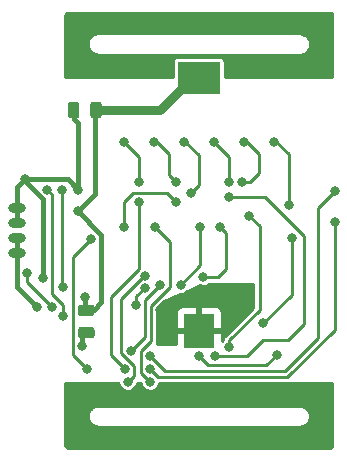
<source format=gbr>
G04 #@! TF.GenerationSoftware,KiCad,Pcbnew,5.99.0-unknown-r19130-2af6d01f*
G04 #@! TF.CreationDate,2020-08-04T10:25:42+02:00*
G04 #@! TF.ProjectId,ada-watch,6164612d-7761-4746-9368-2e6b69636164,rev?*
G04 #@! TF.SameCoordinates,Original*
G04 #@! TF.FileFunction,Copper,L2,Bot*
G04 #@! TF.FilePolarity,Positive*
%FSLAX46Y46*%
G04 Gerber Fmt 4.6, Leading zero omitted, Abs format (unit mm)*
G04 Created by KiCad (PCBNEW 5.99.0-unknown-r19130-2af6d01f) date 2020-08-04 10:25:42*
%MOMM*%
%LPD*%
G01*
G04 APERTURE LIST*
G04 #@! TA.AperFunction,SMDPad,CuDef*
%ADD10R,2.600000X3.000000*%
G04 #@! TD*
G04 #@! TA.AperFunction,SMDPad,CuDef*
%ADD11R,3.600000X2.800000*%
G04 #@! TD*
G04 #@! TA.AperFunction,SMDPad,CuDef*
%ADD12O,1.500000X0.800000*%
G04 #@! TD*
G04 #@! TA.AperFunction,ViaPad*
%ADD13C,0.800000*%
G04 #@! TD*
G04 #@! TA.AperFunction,Conductor*
%ADD14C,0.400000*%
G04 #@! TD*
G04 #@! TA.AperFunction,Conductor*
%ADD15C,0.250000*%
G04 #@! TD*
G04 #@! TA.AperFunction,Conductor*
%ADD16C,0.800000*%
G04 #@! TD*
G04 #@! TA.AperFunction,Conductor*
%ADD17C,0.254000*%
G04 #@! TD*
G04 #@! TA.AperFunction,NonConductor*
%ADD18C,0.254000*%
G04 #@! TD*
G04 APERTURE END LIST*
D10*
X148844000Y-112681000D03*
D11*
X148844000Y-91281000D03*
D12*
X133465000Y-106045000D03*
X133465000Y-104775000D03*
X133465000Y-103505000D03*
X133465000Y-102235000D03*
G04 #@! TA.AperFunction,SMDPad,CuDef*
G36*
G01*
X138862750Y-112337000D02*
X139775250Y-112337000D01*
G75*
G02*
X140019000Y-112580750I0J-243750D01*
G01*
X140019000Y-113068250D01*
G75*
G02*
X139775250Y-113312000I-243750J0D01*
G01*
X138862750Y-113312000D01*
G75*
G02*
X138619000Y-113068250I0J243750D01*
G01*
X138619000Y-112580750D01*
G75*
G02*
X138862750Y-112337000I243750J0D01*
G01*
G37*
G04 #@! TD.AperFunction*
G04 #@! TA.AperFunction,SMDPad,CuDef*
G36*
G01*
X138862750Y-110462000D02*
X139775250Y-110462000D01*
G75*
G02*
X140019000Y-110705750I0J-243750D01*
G01*
X140019000Y-111193250D01*
G75*
G02*
X139775250Y-111437000I-243750J0D01*
G01*
X138862750Y-111437000D01*
G75*
G02*
X138619000Y-111193250I0J243750D01*
G01*
X138619000Y-110705750D01*
G75*
G02*
X138862750Y-110462000I243750J0D01*
G01*
G37*
G04 #@! TD.AperFunction*
G04 #@! TA.AperFunction,SMDPad,CuDef*
G36*
G01*
X138742000Y-93523750D02*
X138742000Y-94436250D01*
G75*
G02*
X138498250Y-94680000I-243750J0D01*
G01*
X138010750Y-94680000D01*
G75*
G02*
X137767000Y-94436250I0J243750D01*
G01*
X137767000Y-93523750D01*
G75*
G02*
X138010750Y-93280000I243750J0D01*
G01*
X138498250Y-93280000D01*
G75*
G02*
X138742000Y-93523750I0J-243750D01*
G01*
G37*
G04 #@! TD.AperFunction*
G04 #@! TA.AperFunction,SMDPad,CuDef*
G36*
G01*
X140617000Y-93523750D02*
X140617000Y-94436250D01*
G75*
G02*
X140373250Y-94680000I-243750J0D01*
G01*
X139885750Y-94680000D01*
G75*
G02*
X139642000Y-94436250I0J243750D01*
G01*
X139642000Y-93523750D01*
G75*
G02*
X139885750Y-93280000I243750J0D01*
G01*
X140373250Y-93280000D01*
G75*
G02*
X140617000Y-93523750I0J-243750D01*
G01*
G37*
G04 #@! TD.AperFunction*
D13*
X151384000Y-114046000D03*
X148844001Y-114808000D03*
X135128000Y-110617000D03*
X136398000Y-110617000D03*
X150258681Y-114808000D03*
X142494000Y-103886000D03*
X139700000Y-104892943D03*
X156718000Y-104775000D03*
X144286469Y-108018650D03*
X144267340Y-109024840D03*
X145542000Y-108775500D03*
X143764000Y-100076000D03*
X151384000Y-100076000D03*
X151384000Y-101346000D03*
X145161000Y-103886000D03*
X148971000Y-103886000D03*
X143564905Y-110472085D03*
X148209000Y-100965000D03*
X160337500Y-100838000D03*
X160337500Y-103441500D03*
X139378497Y-115891497D03*
X142574558Y-115913877D03*
X143101910Y-114390590D03*
X142811500Y-116967000D03*
X144711523Y-115934565D03*
X144716500Y-114808000D03*
X144716500Y-116967000D03*
X143764000Y-101727000D03*
X145034000Y-96647000D03*
X155193998Y-96647000D03*
X156464000Y-101985653D03*
X142494000Y-96647000D03*
X134112000Y-99822000D03*
X150622000Y-103886004D03*
X150114000Y-96647000D03*
X152527000Y-100076000D03*
X152654000Y-96647000D03*
X147574000Y-96647000D03*
X145541682Y-110947200D03*
X134302500Y-107759500D03*
X146939000Y-100076000D03*
X135635282Y-108214488D03*
X138620500Y-102552500D03*
X146939000Y-101727000D03*
X139192000Y-109791501D03*
X147320000Y-108775500D03*
X154305000Y-112014000D03*
X149225000Y-108077000D03*
X138938000Y-113919000D03*
X155448000Y-114681000D03*
X152400000Y-110998000D03*
X152400000Y-110109000D03*
X138641240Y-100711000D03*
X136017000Y-100711000D03*
X137350500Y-111379000D03*
X137350500Y-108966000D03*
X137287000Y-100711000D03*
X153093840Y-102928840D03*
D14*
X139319000Y-112776000D02*
X138938000Y-113157000D01*
X138938000Y-113157000D02*
X138938000Y-113919000D01*
D15*
X149606001Y-115570000D02*
X154559000Y-115570000D01*
X148844001Y-114808000D02*
X149606001Y-115570000D01*
X154559000Y-115570000D02*
X155448000Y-114681000D01*
X156718000Y-104775000D02*
X156718000Y-109601000D01*
X156718000Y-109601000D02*
X154305000Y-112014000D01*
X145362958Y-116586000D02*
X156337000Y-116586000D01*
X144711523Y-115934565D02*
X145362958Y-116586000D01*
X156337000Y-116586000D02*
X160337500Y-112585500D01*
X160337500Y-112585500D02*
X160337500Y-103441500D01*
X145986500Y-116078000D02*
X156140002Y-116078000D01*
X144716500Y-114808000D02*
X145986500Y-116078000D01*
X156140002Y-116078000D02*
X158940500Y-113277502D01*
X158940500Y-102235000D02*
X160337500Y-100838000D01*
X158940500Y-113277502D02*
X158940500Y-102235000D01*
X150114000Y-96647000D02*
X151384000Y-97917000D01*
X151384000Y-97917000D02*
X151384000Y-100076000D01*
X142494000Y-96647000D02*
X143764000Y-97917000D01*
X143764000Y-97917000D02*
X143764000Y-100076000D01*
D16*
X148622000Y-91281000D02*
X148463000Y-91440000D01*
X148971000Y-91281000D02*
X148622000Y-91281000D01*
X148463000Y-91440000D02*
X148082000Y-91440000D01*
X148082000Y-91440000D02*
X145542000Y-93980000D01*
X145542000Y-93980000D02*
X140144500Y-93980000D01*
D14*
X138303000Y-94742000D02*
X138641240Y-95080240D01*
X138303000Y-94107000D02*
X138303000Y-94742000D01*
X138641240Y-95080240D02*
X138641240Y-100711000D01*
X133465000Y-102235000D02*
X133465000Y-100469000D01*
X133465000Y-100469000D02*
X134112000Y-99822000D01*
D15*
X138176000Y-114689000D02*
X138176000Y-106416943D01*
X139378497Y-115891497D02*
X138176000Y-114689000D01*
X138176000Y-106416943D02*
X139700000Y-104892943D01*
X136416999Y-101110999D02*
X136416999Y-109562997D01*
X136017000Y-100711000D02*
X136416999Y-101110999D01*
X136416999Y-109562997D02*
X137350500Y-110496498D01*
X137350500Y-110496498D02*
X137350500Y-111379000D01*
D14*
X134112000Y-99987720D02*
X135635282Y-101511002D01*
X134112000Y-99822000D02*
X134112000Y-99987720D01*
X135635282Y-101511002D02*
X135635282Y-108214488D01*
D15*
X152908000Y-114808000D02*
X150258681Y-114808000D01*
X157734000Y-112077500D02*
X156400500Y-113411000D01*
X157734000Y-104648000D02*
X157734000Y-112077500D01*
X156400500Y-113411000D02*
X154305000Y-113411000D01*
X151384000Y-101346000D02*
X154432000Y-101346000D01*
X154432000Y-101346000D02*
X157734000Y-104648000D01*
X154305000Y-113411000D02*
X152908000Y-114808000D01*
D14*
X133465000Y-106045000D02*
X133465000Y-108954000D01*
X133465000Y-108954000D02*
X135128000Y-110617000D01*
D15*
X135998001Y-110217001D02*
X136398000Y-110617000D01*
X134302500Y-107759500D02*
X134302500Y-108521500D01*
X134302500Y-108521500D02*
X135998001Y-110217001D01*
X146177000Y-100965000D02*
X143290999Y-100965000D01*
X142494000Y-101761999D02*
X142494000Y-103320315D01*
X142494000Y-103320315D02*
X142494000Y-103886000D01*
X146939000Y-101727000D02*
X146177000Y-100965000D01*
X143290999Y-100965000D02*
X142494000Y-101761999D01*
D14*
X148971000Y-91281000D02*
X148495000Y-91281000D01*
D15*
X144816681Y-113564819D02*
X143986513Y-114394987D01*
X144816681Y-110530465D02*
X144816681Y-113564819D01*
X146394001Y-108953145D02*
X144816681Y-110530465D01*
X146394001Y-105119001D02*
X146394001Y-108953145D01*
X145161000Y-103886000D02*
X146394001Y-105119001D01*
X143986513Y-114394987D02*
X143986513Y-116237013D01*
X143986513Y-116237013D02*
X144716500Y-116967000D01*
X143564905Y-110472085D02*
X143564905Y-109727275D01*
X143564905Y-109727275D02*
X144267340Y-109024840D01*
X143319500Y-116459000D02*
X143319500Y-115633500D01*
X142276999Y-109942179D02*
X144221921Y-107997257D01*
X144221921Y-107997257D02*
X144290370Y-107997257D01*
X142276999Y-114590999D02*
X142276999Y-109942179D01*
X144289907Y-113202593D02*
X144289907Y-110027593D01*
X143319500Y-115633500D02*
X142276999Y-114590999D01*
X141414500Y-114753819D02*
X141414500Y-109817617D01*
X142811500Y-116967000D02*
X143319500Y-116459000D01*
X143764000Y-102292685D02*
X143764000Y-101727000D01*
X142574558Y-115913877D02*
X141414500Y-114753819D01*
X143764000Y-107468117D02*
X143764000Y-102292685D01*
X144289907Y-110027593D02*
X145542000Y-108775500D01*
X141414500Y-109817617D02*
X143764000Y-107468117D01*
X143101910Y-114390590D02*
X144289907Y-113202593D01*
X146939000Y-100076000D02*
X146304000Y-99441000D01*
X146304000Y-99441000D02*
X146304000Y-97663000D01*
X147701000Y-96647000D02*
X148844000Y-97790000D01*
X147574000Y-96647000D02*
X147701000Y-96647000D01*
X148844000Y-100330000D02*
X148209000Y-100965000D01*
X148844000Y-97790000D02*
X148844000Y-100330000D01*
X142748004Y-116967000D02*
X142748004Y-117014513D01*
X142811500Y-116967000D02*
X142748004Y-116967000D01*
X156464000Y-97726500D02*
X155384500Y-96647000D01*
X156464000Y-101985653D02*
X156464000Y-97726500D01*
X155384500Y-96647000D02*
X155193998Y-96647000D01*
X153162000Y-100076000D02*
X153924000Y-99314000D01*
X152527000Y-100076000D02*
X153162000Y-100076000D01*
X152908000Y-96647000D02*
X152654000Y-96647000D01*
X153924000Y-99314000D02*
X153924000Y-97663000D01*
X153924000Y-97663000D02*
X152908000Y-96647000D01*
D14*
X133465000Y-106045000D02*
X133465000Y-104775000D01*
X133465000Y-103505000D02*
X133465000Y-102235000D01*
D15*
X146304000Y-97663000D02*
X145288000Y-96647000D01*
X145288000Y-96647000D02*
X145034000Y-96647000D01*
X148971000Y-103886000D02*
X148971000Y-107124500D01*
X148971000Y-107124500D02*
X147320000Y-108775500D01*
X150495000Y-108077000D02*
X149225000Y-108077000D01*
X151130000Y-107442000D02*
X150495000Y-108077000D01*
X150622000Y-103886004D02*
X151130000Y-104394004D01*
X151130000Y-104394004D02*
X151130000Y-107442000D01*
D14*
X139192000Y-110822500D02*
X139319000Y-110949500D01*
X139192000Y-109791501D02*
X139192000Y-110822500D01*
X137752240Y-99822000D02*
X138641240Y-100711000D01*
X134112000Y-99822000D02*
X137752240Y-99822000D01*
X140129500Y-93980000D02*
X140081000Y-94028500D01*
X140081000Y-94028500D02*
X140081000Y-101092000D01*
X140081000Y-101092000D02*
X138620500Y-102552500D01*
X139954000Y-110871000D02*
X139319000Y-110871000D01*
X140589000Y-110236000D02*
X139954000Y-110871000D01*
X138620500Y-102552500D02*
X140589000Y-104521000D01*
X140589000Y-104521000D02*
X140589000Y-110236000D01*
D15*
X137287000Y-108902500D02*
X137287000Y-100711000D01*
X137350500Y-108966000D02*
X137287000Y-108902500D01*
X153991667Y-103826667D02*
X153991667Y-110872648D01*
X153093840Y-102928840D02*
X153991667Y-103826667D01*
X153991667Y-110872648D02*
X151384000Y-113480315D01*
X151384000Y-113480315D02*
X151384000Y-114046000D01*
D17*
X153417000Y-110730309D02*
X151060811Y-113086499D01*
X151028994Y-113107758D01*
X151011443Y-113125309D01*
X150927235Y-113251338D01*
X150922794Y-113255778D01*
X150905173Y-113288744D01*
X150873693Y-113447009D01*
X150785837Y-113540566D01*
X150785837Y-112882809D01*
X150712028Y-112809000D01*
X149045808Y-112808999D01*
X149045807Y-112809000D01*
X146975972Y-112808999D01*
X146902163Y-112882808D01*
X146902163Y-113793000D01*
X145287000Y-113793000D01*
X145287000Y-113773513D01*
X145287235Y-113773161D01*
X145296733Y-113750231D01*
X145321260Y-113626924D01*
X145331145Y-113577229D01*
X145331145Y-113552409D01*
X145323681Y-113514885D01*
X145323681Y-111175499D01*
X146902163Y-111175499D01*
X146902163Y-112479191D01*
X146975972Y-112553000D01*
X148642191Y-112553001D01*
X148716000Y-112479192D01*
X148716000Y-112479191D01*
X148971999Y-112479191D01*
X149045808Y-112553000D01*
X150712028Y-112553001D01*
X150785837Y-112479192D01*
X150785837Y-111172742D01*
X150783681Y-111156366D01*
X150708863Y-110877142D01*
X150696120Y-110852662D01*
X150565010Y-110696410D01*
X150548121Y-110682239D01*
X150373880Y-110581641D01*
X150353163Y-110574100D01*
X150160462Y-110540122D01*
X150149501Y-110539163D01*
X149045809Y-110539163D01*
X148972000Y-110612972D01*
X148971999Y-112479191D01*
X148716000Y-112479191D01*
X148716001Y-110612972D01*
X148642192Y-110539163D01*
X147535742Y-110539163D01*
X147519366Y-110541319D01*
X147240142Y-110616137D01*
X147215662Y-110628880D01*
X147059410Y-110759990D01*
X147045239Y-110776879D01*
X146944641Y-110951120D01*
X146937100Y-110971837D01*
X146903122Y-111164538D01*
X146902163Y-111175499D01*
X145323681Y-111175499D01*
X145323681Y-110740470D01*
X145885082Y-110179069D01*
X147273464Y-109562011D01*
X147476941Y-109549209D01*
X147495356Y-109545244D01*
X147697505Y-109468859D01*
X147713940Y-109459654D01*
X147884691Y-109327206D01*
X147897694Y-109313576D01*
X147934950Y-109260565D01*
X148920875Y-108805522D01*
X148937373Y-108812205D01*
X149147501Y-108862652D01*
X149166268Y-108864278D01*
X149381941Y-108850709D01*
X149400356Y-108846744D01*
X149602505Y-108770359D01*
X149618940Y-108761154D01*
X149683598Y-108711000D01*
X153417000Y-108711000D01*
X153417000Y-110730309D01*
G04 #@! TA.AperFunction,Conductor*
G36*
X153417000Y-110730309D02*
G01*
X151060811Y-113086499D01*
X151028994Y-113107758D01*
X151011443Y-113125309D01*
X150927235Y-113251338D01*
X150922794Y-113255778D01*
X150905173Y-113288744D01*
X150873693Y-113447009D01*
X150785837Y-113540566D01*
X150785837Y-112882809D01*
X150712028Y-112809000D01*
X149045808Y-112808999D01*
X149045807Y-112809000D01*
X146975972Y-112808999D01*
X146902163Y-112882808D01*
X146902163Y-113793000D01*
X145287000Y-113793000D01*
X145287000Y-113773513D01*
X145287235Y-113773161D01*
X145296733Y-113750231D01*
X145321260Y-113626924D01*
X145331145Y-113577229D01*
X145331145Y-113552409D01*
X145323681Y-113514885D01*
X145323681Y-111175499D01*
X146902163Y-111175499D01*
X146902163Y-112479191D01*
X146975972Y-112553000D01*
X148642191Y-112553001D01*
X148716000Y-112479192D01*
X148716000Y-112479191D01*
X148971999Y-112479191D01*
X149045808Y-112553000D01*
X150712028Y-112553001D01*
X150785837Y-112479192D01*
X150785837Y-111172742D01*
X150783681Y-111156366D01*
X150708863Y-110877142D01*
X150696120Y-110852662D01*
X150565010Y-110696410D01*
X150548121Y-110682239D01*
X150373880Y-110581641D01*
X150353163Y-110574100D01*
X150160462Y-110540122D01*
X150149501Y-110539163D01*
X149045809Y-110539163D01*
X148972000Y-110612972D01*
X148971999Y-112479191D01*
X148716000Y-112479191D01*
X148716001Y-110612972D01*
X148642192Y-110539163D01*
X147535742Y-110539163D01*
X147519366Y-110541319D01*
X147240142Y-110616137D01*
X147215662Y-110628880D01*
X147059410Y-110759990D01*
X147045239Y-110776879D01*
X146944641Y-110951120D01*
X146937100Y-110971837D01*
X146903122Y-111164538D01*
X146902163Y-111175499D01*
X145323681Y-111175499D01*
X145323681Y-110740470D01*
X145885082Y-110179069D01*
X147273464Y-109562011D01*
X147476941Y-109549209D01*
X147495356Y-109545244D01*
X147697505Y-109468859D01*
X147713940Y-109459654D01*
X147884691Y-109327206D01*
X147897694Y-109313576D01*
X147934950Y-109260565D01*
X148920875Y-108805522D01*
X148937373Y-108812205D01*
X149147501Y-108862652D01*
X149166268Y-108864278D01*
X149381941Y-108850709D01*
X149400356Y-108846744D01*
X149602505Y-108770359D01*
X149618940Y-108761154D01*
X149683598Y-108711000D01*
X153417000Y-108711000D01*
X153417000Y-110730309D01*
G37*
G04 #@! TD.AperFunction*
D18*
X142052490Y-117184162D02*
X142057888Y-117202209D01*
X142149898Y-117397741D01*
X142160363Y-117413403D01*
X142305800Y-117573237D01*
X142320409Y-117585130D01*
X142506414Y-117695133D01*
X142523873Y-117702205D01*
X142734001Y-117752652D01*
X142752768Y-117754278D01*
X142968441Y-117740709D01*
X142986856Y-117736744D01*
X143189005Y-117660359D01*
X143205440Y-117651154D01*
X143376192Y-117518706D01*
X143389194Y-117505076D01*
X143513452Y-117328275D01*
X143521872Y-117311424D01*
X143588727Y-117105665D01*
X143591826Y-117086580D01*
X143591975Y-117067600D01*
X143940901Y-117067600D01*
X143957490Y-117184162D01*
X143962888Y-117202209D01*
X144054898Y-117397741D01*
X144065363Y-117413403D01*
X144210800Y-117573237D01*
X144225409Y-117585130D01*
X144411414Y-117695133D01*
X144428873Y-117702205D01*
X144639001Y-117752652D01*
X144657768Y-117754278D01*
X144873441Y-117740709D01*
X144891856Y-117736744D01*
X145094005Y-117660359D01*
X145110440Y-117651154D01*
X145281192Y-117518706D01*
X145294194Y-117505076D01*
X145418452Y-117328275D01*
X145426872Y-117311424D01*
X145493727Y-117105665D01*
X145495783Y-117093000D01*
X156287066Y-117093000D01*
X156324590Y-117100464D01*
X156349410Y-117100464D01*
X156399105Y-117090579D01*
X156514629Y-117067600D01*
X160131998Y-117067600D01*
X160132001Y-122366436D01*
X160131790Y-122367297D01*
X160118310Y-122461424D01*
X160104334Y-122492164D01*
X160082291Y-122517747D01*
X160053955Y-122536113D01*
X160008854Y-122549601D01*
X159969296Y-122552541D01*
X159957099Y-122554665D01*
X159952285Y-122556000D01*
X137745560Y-122556000D01*
X137744703Y-122555790D01*
X137650576Y-122542310D01*
X137619836Y-122528334D01*
X137594253Y-122506291D01*
X137575887Y-122477955D01*
X137562399Y-122432854D01*
X137559459Y-122393296D01*
X137557336Y-122381100D01*
X137555999Y-122376280D01*
X137555999Y-119815218D01*
X139446694Y-119815218D01*
X139447649Y-119971629D01*
X139448938Y-119983941D01*
X139456202Y-120019333D01*
X139459604Y-120055312D01*
X139461971Y-120067462D01*
X139506787Y-120217317D01*
X139511480Y-120228773D01*
X139528390Y-120260712D01*
X139541750Y-120294282D01*
X139547432Y-120305279D01*
X139632506Y-120436533D01*
X139640226Y-120446212D01*
X139665424Y-120472124D01*
X139687662Y-120500589D01*
X139696204Y-120509550D01*
X139814696Y-120611651D01*
X139824822Y-120618774D01*
X139856274Y-120636569D01*
X139885616Y-120657653D01*
X139896329Y-120663857D01*
X140038715Y-120728596D01*
X140050433Y-120732591D01*
X140085618Y-120740843D01*
X140119694Y-120752843D01*
X140131717Y-120755791D01*
X140286551Y-120777965D01*
X140298918Y-120778510D01*
X140345281Y-120776000D01*
X157316749Y-120776000D01*
X157336840Y-120779869D01*
X157349168Y-120781007D01*
X157367754Y-120780893D01*
X157380067Y-120779604D01*
X157389912Y-120777583D01*
X157399954Y-120778004D01*
X157412316Y-120777307D01*
X157566869Y-120753244D01*
X157578855Y-120750149D01*
X157612789Y-120737731D01*
X157647866Y-120729050D01*
X157659533Y-120724913D01*
X157801119Y-120658438D01*
X157811756Y-120652104D01*
X157840836Y-120630663D01*
X157872068Y-120612486D01*
X157882107Y-120605239D01*
X157999343Y-120501698D01*
X158007774Y-120492633D01*
X158029670Y-120463892D01*
X158054542Y-120437682D01*
X158062142Y-120427910D01*
X158145607Y-120295627D01*
X158151155Y-120284560D01*
X158164107Y-120250821D01*
X158180622Y-120218686D01*
X158185174Y-120207174D01*
X158228156Y-120056783D01*
X158230375Y-120044604D01*
X158233336Y-120008591D01*
X158240168Y-119973109D01*
X158241306Y-119960782D01*
X158240351Y-119804371D01*
X158239062Y-119792058D01*
X158231797Y-119756669D01*
X158228396Y-119720691D01*
X158226029Y-119708540D01*
X158181213Y-119558683D01*
X158176520Y-119547227D01*
X158159614Y-119515295D01*
X158146252Y-119481719D01*
X158140569Y-119470720D01*
X158055493Y-119339467D01*
X158047774Y-119329789D01*
X158022588Y-119303889D01*
X158000339Y-119275411D01*
X157991797Y-119266449D01*
X157873303Y-119164349D01*
X157863178Y-119157226D01*
X157831726Y-119139432D01*
X157802385Y-119118348D01*
X157791671Y-119112143D01*
X157649284Y-119047404D01*
X157637566Y-119043409D01*
X157602389Y-119035159D01*
X157568307Y-119023157D01*
X157556283Y-119020209D01*
X157401449Y-118998035D01*
X157389082Y-118997490D01*
X157342719Y-119000000D01*
X140371251Y-119000000D01*
X140351160Y-118996131D01*
X140338832Y-118994993D01*
X140320246Y-118995107D01*
X140307933Y-118996396D01*
X140298087Y-118998417D01*
X140288045Y-118997996D01*
X140275684Y-118998693D01*
X140121132Y-119022756D01*
X140109145Y-119025851D01*
X140075214Y-119038268D01*
X140040135Y-119046949D01*
X140028467Y-119051087D01*
X139886882Y-119117562D01*
X139876246Y-119123896D01*
X139847168Y-119145334D01*
X139815931Y-119163514D01*
X139805893Y-119170760D01*
X139688657Y-119274301D01*
X139680226Y-119283366D01*
X139658327Y-119312111D01*
X139633459Y-119338317D01*
X139625859Y-119348089D01*
X139542393Y-119480373D01*
X139536844Y-119491440D01*
X139523895Y-119525175D01*
X139507378Y-119557313D01*
X139502826Y-119568826D01*
X139459844Y-119719217D01*
X139457625Y-119731396D01*
X139454664Y-119767409D01*
X139447832Y-119802891D01*
X139446694Y-119815218D01*
X137555999Y-119815218D01*
X137556001Y-117075515D01*
X137557357Y-117067600D01*
X142035901Y-117067600D01*
X142052490Y-117184162D01*
G04 #@! TA.AperFunction,NonConductor*
G36*
X142052490Y-117184162D02*
G01*
X142057888Y-117202209D01*
X142149898Y-117397741D01*
X142160363Y-117413403D01*
X142305800Y-117573237D01*
X142320409Y-117585130D01*
X142506414Y-117695133D01*
X142523873Y-117702205D01*
X142734001Y-117752652D01*
X142752768Y-117754278D01*
X142968441Y-117740709D01*
X142986856Y-117736744D01*
X143189005Y-117660359D01*
X143205440Y-117651154D01*
X143376192Y-117518706D01*
X143389194Y-117505076D01*
X143513452Y-117328275D01*
X143521872Y-117311424D01*
X143588727Y-117105665D01*
X143591826Y-117086580D01*
X143591975Y-117067600D01*
X143940901Y-117067600D01*
X143957490Y-117184162D01*
X143962888Y-117202209D01*
X144054898Y-117397741D01*
X144065363Y-117413403D01*
X144210800Y-117573237D01*
X144225409Y-117585130D01*
X144411414Y-117695133D01*
X144428873Y-117702205D01*
X144639001Y-117752652D01*
X144657768Y-117754278D01*
X144873441Y-117740709D01*
X144891856Y-117736744D01*
X145094005Y-117660359D01*
X145110440Y-117651154D01*
X145281192Y-117518706D01*
X145294194Y-117505076D01*
X145418452Y-117328275D01*
X145426872Y-117311424D01*
X145493727Y-117105665D01*
X145495783Y-117093000D01*
X156287066Y-117093000D01*
X156324590Y-117100464D01*
X156349410Y-117100464D01*
X156399105Y-117090579D01*
X156514629Y-117067600D01*
X160131998Y-117067600D01*
X160132001Y-122366436D01*
X160131790Y-122367297D01*
X160118310Y-122461424D01*
X160104334Y-122492164D01*
X160082291Y-122517747D01*
X160053955Y-122536113D01*
X160008854Y-122549601D01*
X159969296Y-122552541D01*
X159957099Y-122554665D01*
X159952285Y-122556000D01*
X137745560Y-122556000D01*
X137744703Y-122555790D01*
X137650576Y-122542310D01*
X137619836Y-122528334D01*
X137594253Y-122506291D01*
X137575887Y-122477955D01*
X137562399Y-122432854D01*
X137559459Y-122393296D01*
X137557336Y-122381100D01*
X137555999Y-122376280D01*
X137555999Y-119815218D01*
X139446694Y-119815218D01*
X139447649Y-119971629D01*
X139448938Y-119983941D01*
X139456202Y-120019333D01*
X139459604Y-120055312D01*
X139461971Y-120067462D01*
X139506787Y-120217317D01*
X139511480Y-120228773D01*
X139528390Y-120260712D01*
X139541750Y-120294282D01*
X139547432Y-120305279D01*
X139632506Y-120436533D01*
X139640226Y-120446212D01*
X139665424Y-120472124D01*
X139687662Y-120500589D01*
X139696204Y-120509550D01*
X139814696Y-120611651D01*
X139824822Y-120618774D01*
X139856274Y-120636569D01*
X139885616Y-120657653D01*
X139896329Y-120663857D01*
X140038715Y-120728596D01*
X140050433Y-120732591D01*
X140085618Y-120740843D01*
X140119694Y-120752843D01*
X140131717Y-120755791D01*
X140286551Y-120777965D01*
X140298918Y-120778510D01*
X140345281Y-120776000D01*
X157316749Y-120776000D01*
X157336840Y-120779869D01*
X157349168Y-120781007D01*
X157367754Y-120780893D01*
X157380067Y-120779604D01*
X157389912Y-120777583D01*
X157399954Y-120778004D01*
X157412316Y-120777307D01*
X157566869Y-120753244D01*
X157578855Y-120750149D01*
X157612789Y-120737731D01*
X157647866Y-120729050D01*
X157659533Y-120724913D01*
X157801119Y-120658438D01*
X157811756Y-120652104D01*
X157840836Y-120630663D01*
X157872068Y-120612486D01*
X157882107Y-120605239D01*
X157999343Y-120501698D01*
X158007774Y-120492633D01*
X158029670Y-120463892D01*
X158054542Y-120437682D01*
X158062142Y-120427910D01*
X158145607Y-120295627D01*
X158151155Y-120284560D01*
X158164107Y-120250821D01*
X158180622Y-120218686D01*
X158185174Y-120207174D01*
X158228156Y-120056783D01*
X158230375Y-120044604D01*
X158233336Y-120008591D01*
X158240168Y-119973109D01*
X158241306Y-119960782D01*
X158240351Y-119804371D01*
X158239062Y-119792058D01*
X158231797Y-119756669D01*
X158228396Y-119720691D01*
X158226029Y-119708540D01*
X158181213Y-119558683D01*
X158176520Y-119547227D01*
X158159614Y-119515295D01*
X158146252Y-119481719D01*
X158140569Y-119470720D01*
X158055493Y-119339467D01*
X158047774Y-119329789D01*
X158022588Y-119303889D01*
X158000339Y-119275411D01*
X157991797Y-119266449D01*
X157873303Y-119164349D01*
X157863178Y-119157226D01*
X157831726Y-119139432D01*
X157802385Y-119118348D01*
X157791671Y-119112143D01*
X157649284Y-119047404D01*
X157637566Y-119043409D01*
X157602389Y-119035159D01*
X157568307Y-119023157D01*
X157556283Y-119020209D01*
X157401449Y-118998035D01*
X157389082Y-118997490D01*
X157342719Y-119000000D01*
X140371251Y-119000000D01*
X140351160Y-118996131D01*
X140338832Y-118994993D01*
X140320246Y-118995107D01*
X140307933Y-118996396D01*
X140298087Y-118998417D01*
X140288045Y-118997996D01*
X140275684Y-118998693D01*
X140121132Y-119022756D01*
X140109145Y-119025851D01*
X140075214Y-119038268D01*
X140040135Y-119046949D01*
X140028467Y-119051087D01*
X139886882Y-119117562D01*
X139876246Y-119123896D01*
X139847168Y-119145334D01*
X139815931Y-119163514D01*
X139805893Y-119170760D01*
X139688657Y-119274301D01*
X139680226Y-119283366D01*
X139658327Y-119312111D01*
X139633459Y-119338317D01*
X139625859Y-119348089D01*
X139542393Y-119480373D01*
X139536844Y-119491440D01*
X139523895Y-119525175D01*
X139507378Y-119557313D01*
X139502826Y-119568826D01*
X139459844Y-119719217D01*
X139457625Y-119731396D01*
X139454664Y-119767409D01*
X139447832Y-119802891D01*
X139446694Y-119815218D01*
X137555999Y-119815218D01*
X137556001Y-117075515D01*
X137557357Y-117067600D01*
X142035901Y-117067600D01*
X142052490Y-117184162D01*
G37*
G04 #@! TD.AperFunction*
X159943297Y-85724210D02*
X160037426Y-85737690D01*
X160068166Y-85751667D01*
X160093746Y-85773708D01*
X160112113Y-85802045D01*
X160125601Y-85847146D01*
X160128541Y-85886704D01*
X160130664Y-85898900D01*
X160132001Y-85903720D01*
X160131999Y-91212400D01*
X151028976Y-91212400D01*
X151028976Y-89874810D01*
X151027763Y-89862490D01*
X151004421Y-89745142D01*
X150994923Y-89722211D01*
X150924995Y-89617556D01*
X150907444Y-89600005D01*
X150802789Y-89530077D01*
X150779858Y-89520579D01*
X150662510Y-89497237D01*
X150650190Y-89496024D01*
X147037810Y-89496024D01*
X147025490Y-89497237D01*
X146908142Y-89520579D01*
X146885211Y-89530077D01*
X146780556Y-89600005D01*
X146763005Y-89617556D01*
X146693077Y-89722211D01*
X146683579Y-89745142D01*
X146660237Y-89862490D01*
X146659024Y-89874810D01*
X146659024Y-91212400D01*
X137556874Y-91212400D01*
X137556001Y-91206888D01*
X137556000Y-88381121D01*
X139427639Y-88381121D01*
X139438963Y-88535315D01*
X139441075Y-88547514D01*
X139450080Y-88580094D01*
X139455106Y-88613524D01*
X139458137Y-88625527D01*
X139510509Y-88770996D01*
X139515824Y-88782177D01*
X139533261Y-88811140D01*
X139547090Y-88841984D01*
X139553238Y-88852729D01*
X139642801Y-88978757D01*
X139650927Y-88988097D01*
X139675510Y-89011303D01*
X139697126Y-89037294D01*
X139705937Y-89045991D01*
X139826093Y-89143290D01*
X139836431Y-89150101D01*
X139866348Y-89165841D01*
X139894156Y-89185060D01*
X139904982Y-89191067D01*
X140046876Y-89252470D01*
X140058665Y-89256249D01*
X140091716Y-89263364D01*
X140123664Y-89274397D01*
X140135706Y-89277271D01*
X140288885Y-89298254D01*
X140301256Y-89298724D01*
X140346452Y-89296000D01*
X157329591Y-89296000D01*
X157362644Y-89300088D01*
X157375020Y-89300396D01*
X157463915Y-89293868D01*
X157476115Y-89291756D01*
X157497126Y-89285948D01*
X157518837Y-89284068D01*
X157531008Y-89281796D01*
X157679479Y-89238661D01*
X157690972Y-89234058D01*
X157720971Y-89218475D01*
X157752624Y-89206609D01*
X157763735Y-89201148D01*
X157895136Y-89119676D01*
X157904967Y-89112153D01*
X157929669Y-89089077D01*
X157956967Y-89069134D01*
X157966199Y-89060887D01*
X158070852Y-88947079D01*
X158078299Y-88937188D01*
X158095887Y-88908316D01*
X158116813Y-88881771D01*
X158123488Y-88871344D01*
X158193679Y-88733587D01*
X158198191Y-88722058D01*
X158207364Y-88689531D01*
X158220386Y-88658326D01*
X158224011Y-88646488D01*
X158254571Y-88494928D01*
X158255816Y-88482610D01*
X158255905Y-88448795D01*
X158260053Y-88415255D01*
X158260361Y-88402879D01*
X158249037Y-88248685D01*
X158246925Y-88236486D01*
X158237920Y-88203906D01*
X158232894Y-88170476D01*
X158229863Y-88158473D01*
X158177492Y-88013005D01*
X158172177Y-88001825D01*
X158154742Y-87972864D01*
X158140909Y-87942014D01*
X158134762Y-87931269D01*
X158045199Y-87805243D01*
X158037073Y-87795903D01*
X158012490Y-87772697D01*
X157990874Y-87746706D01*
X157982063Y-87738009D01*
X157861907Y-87640710D01*
X157851569Y-87633899D01*
X157821647Y-87618157D01*
X157793844Y-87598941D01*
X157783020Y-87592934D01*
X157641125Y-87531531D01*
X157629337Y-87527751D01*
X157596287Y-87520636D01*
X157564334Y-87509603D01*
X157552293Y-87506729D01*
X157399115Y-87485746D01*
X157386744Y-87485276D01*
X157341548Y-87488000D01*
X140358409Y-87488000D01*
X140325356Y-87483912D01*
X140312980Y-87483604D01*
X140224086Y-87490132D01*
X140211889Y-87492244D01*
X140190875Y-87498051D01*
X140169158Y-87499932D01*
X140156989Y-87502204D01*
X140008521Y-87545339D01*
X139997028Y-87549942D01*
X139967029Y-87565525D01*
X139935376Y-87577391D01*
X139924265Y-87582852D01*
X139792864Y-87664324D01*
X139783033Y-87671847D01*
X139758331Y-87694922D01*
X139731032Y-87714866D01*
X139721800Y-87723113D01*
X139617149Y-87836921D01*
X139609703Y-87846811D01*
X139592112Y-87875687D01*
X139571187Y-87902230D01*
X139564512Y-87912656D01*
X139494321Y-88050414D01*
X139489809Y-88061942D01*
X139480633Y-88094475D01*
X139467614Y-88125675D01*
X139463989Y-88137512D01*
X139433429Y-88289072D01*
X139432184Y-88301390D01*
X139432095Y-88335205D01*
X139427947Y-88368745D01*
X139427639Y-88381121D01*
X137556000Y-88381121D01*
X137555999Y-85913564D01*
X137556210Y-85912703D01*
X137569690Y-85818574D01*
X137583667Y-85787834D01*
X137605708Y-85762254D01*
X137634045Y-85743887D01*
X137679146Y-85730399D01*
X137718704Y-85727459D01*
X137730901Y-85725335D01*
X137735715Y-85724000D01*
X159942440Y-85724000D01*
X159943297Y-85724210D01*
G04 #@! TA.AperFunction,NonConductor*
G36*
X159943297Y-85724210D02*
G01*
X160037426Y-85737690D01*
X160068166Y-85751667D01*
X160093746Y-85773708D01*
X160112113Y-85802045D01*
X160125601Y-85847146D01*
X160128541Y-85886704D01*
X160130664Y-85898900D01*
X160132001Y-85903720D01*
X160131999Y-91212400D01*
X151028976Y-91212400D01*
X151028976Y-89874810D01*
X151027763Y-89862490D01*
X151004421Y-89745142D01*
X150994923Y-89722211D01*
X150924995Y-89617556D01*
X150907444Y-89600005D01*
X150802789Y-89530077D01*
X150779858Y-89520579D01*
X150662510Y-89497237D01*
X150650190Y-89496024D01*
X147037810Y-89496024D01*
X147025490Y-89497237D01*
X146908142Y-89520579D01*
X146885211Y-89530077D01*
X146780556Y-89600005D01*
X146763005Y-89617556D01*
X146693077Y-89722211D01*
X146683579Y-89745142D01*
X146660237Y-89862490D01*
X146659024Y-89874810D01*
X146659024Y-91212400D01*
X137556874Y-91212400D01*
X137556001Y-91206888D01*
X137556000Y-88381121D01*
X139427639Y-88381121D01*
X139438963Y-88535315D01*
X139441075Y-88547514D01*
X139450080Y-88580094D01*
X139455106Y-88613524D01*
X139458137Y-88625527D01*
X139510509Y-88770996D01*
X139515824Y-88782177D01*
X139533261Y-88811140D01*
X139547090Y-88841984D01*
X139553238Y-88852729D01*
X139642801Y-88978757D01*
X139650927Y-88988097D01*
X139675510Y-89011303D01*
X139697126Y-89037294D01*
X139705937Y-89045991D01*
X139826093Y-89143290D01*
X139836431Y-89150101D01*
X139866348Y-89165841D01*
X139894156Y-89185060D01*
X139904982Y-89191067D01*
X140046876Y-89252470D01*
X140058665Y-89256249D01*
X140091716Y-89263364D01*
X140123664Y-89274397D01*
X140135706Y-89277271D01*
X140288885Y-89298254D01*
X140301256Y-89298724D01*
X140346452Y-89296000D01*
X157329591Y-89296000D01*
X157362644Y-89300088D01*
X157375020Y-89300396D01*
X157463915Y-89293868D01*
X157476115Y-89291756D01*
X157497126Y-89285948D01*
X157518837Y-89284068D01*
X157531008Y-89281796D01*
X157679479Y-89238661D01*
X157690972Y-89234058D01*
X157720971Y-89218475D01*
X157752624Y-89206609D01*
X157763735Y-89201148D01*
X157895136Y-89119676D01*
X157904967Y-89112153D01*
X157929669Y-89089077D01*
X157956967Y-89069134D01*
X157966199Y-89060887D01*
X158070852Y-88947079D01*
X158078299Y-88937188D01*
X158095887Y-88908316D01*
X158116813Y-88881771D01*
X158123488Y-88871344D01*
X158193679Y-88733587D01*
X158198191Y-88722058D01*
X158207364Y-88689531D01*
X158220386Y-88658326D01*
X158224011Y-88646488D01*
X158254571Y-88494928D01*
X158255816Y-88482610D01*
X158255905Y-88448795D01*
X158260053Y-88415255D01*
X158260361Y-88402879D01*
X158249037Y-88248685D01*
X158246925Y-88236486D01*
X158237920Y-88203906D01*
X158232894Y-88170476D01*
X158229863Y-88158473D01*
X158177492Y-88013005D01*
X158172177Y-88001825D01*
X158154742Y-87972864D01*
X158140909Y-87942014D01*
X158134762Y-87931269D01*
X158045199Y-87805243D01*
X158037073Y-87795903D01*
X158012490Y-87772697D01*
X157990874Y-87746706D01*
X157982063Y-87738009D01*
X157861907Y-87640710D01*
X157851569Y-87633899D01*
X157821647Y-87618157D01*
X157793844Y-87598941D01*
X157783020Y-87592934D01*
X157641125Y-87531531D01*
X157629337Y-87527751D01*
X157596287Y-87520636D01*
X157564334Y-87509603D01*
X157552293Y-87506729D01*
X157399115Y-87485746D01*
X157386744Y-87485276D01*
X157341548Y-87488000D01*
X140358409Y-87488000D01*
X140325356Y-87483912D01*
X140312980Y-87483604D01*
X140224086Y-87490132D01*
X140211889Y-87492244D01*
X140190875Y-87498051D01*
X140169158Y-87499932D01*
X140156989Y-87502204D01*
X140008521Y-87545339D01*
X139997028Y-87549942D01*
X139967029Y-87565525D01*
X139935376Y-87577391D01*
X139924265Y-87582852D01*
X139792864Y-87664324D01*
X139783033Y-87671847D01*
X139758331Y-87694922D01*
X139731032Y-87714866D01*
X139721800Y-87723113D01*
X139617149Y-87836921D01*
X139609703Y-87846811D01*
X139592112Y-87875687D01*
X139571187Y-87902230D01*
X139564512Y-87912656D01*
X139494321Y-88050414D01*
X139489809Y-88061942D01*
X139480633Y-88094475D01*
X139467614Y-88125675D01*
X139463989Y-88137512D01*
X139433429Y-88289072D01*
X139432184Y-88301390D01*
X139432095Y-88335205D01*
X139427947Y-88368745D01*
X139427639Y-88381121D01*
X137556000Y-88381121D01*
X137555999Y-85913564D01*
X137556210Y-85912703D01*
X137569690Y-85818574D01*
X137583667Y-85787834D01*
X137605708Y-85762254D01*
X137634045Y-85743887D01*
X137679146Y-85730399D01*
X137718704Y-85727459D01*
X137730901Y-85725335D01*
X137735715Y-85724000D01*
X159942440Y-85724000D01*
X159943297Y-85724210D01*
G37*
G04 #@! TD.AperFunction*
M02*

</source>
